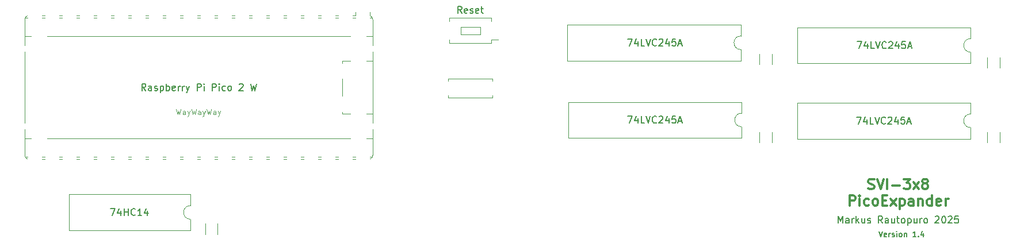
<source format=gbr>
%TF.GenerationSoftware,KiCad,Pcbnew,9.0.1*%
%TF.CreationDate,2025-08-04T14:53:59+03:00*%
%TF.ProjectId,SVI-3x8-PicoExpander,5356492d-3378-4382-9d50-69636f457870,1.1*%
%TF.SameCoordinates,Original*%
%TF.FileFunction,Legend,Top*%
%TF.FilePolarity,Positive*%
%FSLAX46Y46*%
G04 Gerber Fmt 4.6, Leading zero omitted, Abs format (unit mm)*
G04 Created by KiCad (PCBNEW 9.0.1) date 2025-08-04 14:53:59*
%MOMM*%
%LPD*%
G01*
G04 APERTURE LIST*
%ADD10C,0.150000*%
%ADD11C,0.300000*%
%ADD12C,0.080000*%
%ADD13C,0.120000*%
G04 APERTURE END LIST*
D10*
X194666665Y-131869819D02*
X194666665Y-130869819D01*
X194666665Y-130869819D02*
X194999998Y-131584104D01*
X194999998Y-131584104D02*
X195333331Y-130869819D01*
X195333331Y-130869819D02*
X195333331Y-131869819D01*
X196238093Y-131869819D02*
X196238093Y-131346009D01*
X196238093Y-131346009D02*
X196190474Y-131250771D01*
X196190474Y-131250771D02*
X196095236Y-131203152D01*
X196095236Y-131203152D02*
X195904760Y-131203152D01*
X195904760Y-131203152D02*
X195809522Y-131250771D01*
X196238093Y-131822200D02*
X196142855Y-131869819D01*
X196142855Y-131869819D02*
X195904760Y-131869819D01*
X195904760Y-131869819D02*
X195809522Y-131822200D01*
X195809522Y-131822200D02*
X195761903Y-131726961D01*
X195761903Y-131726961D02*
X195761903Y-131631723D01*
X195761903Y-131631723D02*
X195809522Y-131536485D01*
X195809522Y-131536485D02*
X195904760Y-131488866D01*
X195904760Y-131488866D02*
X196142855Y-131488866D01*
X196142855Y-131488866D02*
X196238093Y-131441247D01*
X196714284Y-131869819D02*
X196714284Y-131203152D01*
X196714284Y-131393628D02*
X196761903Y-131298390D01*
X196761903Y-131298390D02*
X196809522Y-131250771D01*
X196809522Y-131250771D02*
X196904760Y-131203152D01*
X196904760Y-131203152D02*
X196999998Y-131203152D01*
X197333332Y-131869819D02*
X197333332Y-130869819D01*
X197428570Y-131488866D02*
X197714284Y-131869819D01*
X197714284Y-131203152D02*
X197333332Y-131584104D01*
X198571427Y-131203152D02*
X198571427Y-131869819D01*
X198142856Y-131203152D02*
X198142856Y-131726961D01*
X198142856Y-131726961D02*
X198190475Y-131822200D01*
X198190475Y-131822200D02*
X198285713Y-131869819D01*
X198285713Y-131869819D02*
X198428570Y-131869819D01*
X198428570Y-131869819D02*
X198523808Y-131822200D01*
X198523808Y-131822200D02*
X198571427Y-131774580D01*
X198999999Y-131822200D02*
X199095237Y-131869819D01*
X199095237Y-131869819D02*
X199285713Y-131869819D01*
X199285713Y-131869819D02*
X199380951Y-131822200D01*
X199380951Y-131822200D02*
X199428570Y-131726961D01*
X199428570Y-131726961D02*
X199428570Y-131679342D01*
X199428570Y-131679342D02*
X199380951Y-131584104D01*
X199380951Y-131584104D02*
X199285713Y-131536485D01*
X199285713Y-131536485D02*
X199142856Y-131536485D01*
X199142856Y-131536485D02*
X199047618Y-131488866D01*
X199047618Y-131488866D02*
X198999999Y-131393628D01*
X198999999Y-131393628D02*
X198999999Y-131346009D01*
X198999999Y-131346009D02*
X199047618Y-131250771D01*
X199047618Y-131250771D02*
X199142856Y-131203152D01*
X199142856Y-131203152D02*
X199285713Y-131203152D01*
X199285713Y-131203152D02*
X199380951Y-131250771D01*
X201190475Y-131869819D02*
X200857142Y-131393628D01*
X200619047Y-131869819D02*
X200619047Y-130869819D01*
X200619047Y-130869819D02*
X200999999Y-130869819D01*
X200999999Y-130869819D02*
X201095237Y-130917438D01*
X201095237Y-130917438D02*
X201142856Y-130965057D01*
X201142856Y-130965057D02*
X201190475Y-131060295D01*
X201190475Y-131060295D02*
X201190475Y-131203152D01*
X201190475Y-131203152D02*
X201142856Y-131298390D01*
X201142856Y-131298390D02*
X201095237Y-131346009D01*
X201095237Y-131346009D02*
X200999999Y-131393628D01*
X200999999Y-131393628D02*
X200619047Y-131393628D01*
X202047618Y-131869819D02*
X202047618Y-131346009D01*
X202047618Y-131346009D02*
X201999999Y-131250771D01*
X201999999Y-131250771D02*
X201904761Y-131203152D01*
X201904761Y-131203152D02*
X201714285Y-131203152D01*
X201714285Y-131203152D02*
X201619047Y-131250771D01*
X202047618Y-131822200D02*
X201952380Y-131869819D01*
X201952380Y-131869819D02*
X201714285Y-131869819D01*
X201714285Y-131869819D02*
X201619047Y-131822200D01*
X201619047Y-131822200D02*
X201571428Y-131726961D01*
X201571428Y-131726961D02*
X201571428Y-131631723D01*
X201571428Y-131631723D02*
X201619047Y-131536485D01*
X201619047Y-131536485D02*
X201714285Y-131488866D01*
X201714285Y-131488866D02*
X201952380Y-131488866D01*
X201952380Y-131488866D02*
X202047618Y-131441247D01*
X202952380Y-131203152D02*
X202952380Y-131869819D01*
X202523809Y-131203152D02*
X202523809Y-131726961D01*
X202523809Y-131726961D02*
X202571428Y-131822200D01*
X202571428Y-131822200D02*
X202666666Y-131869819D01*
X202666666Y-131869819D02*
X202809523Y-131869819D01*
X202809523Y-131869819D02*
X202904761Y-131822200D01*
X202904761Y-131822200D02*
X202952380Y-131774580D01*
X203285714Y-131203152D02*
X203666666Y-131203152D01*
X203428571Y-130869819D02*
X203428571Y-131726961D01*
X203428571Y-131726961D02*
X203476190Y-131822200D01*
X203476190Y-131822200D02*
X203571428Y-131869819D01*
X203571428Y-131869819D02*
X203666666Y-131869819D01*
X204142857Y-131869819D02*
X204047619Y-131822200D01*
X204047619Y-131822200D02*
X204000000Y-131774580D01*
X204000000Y-131774580D02*
X203952381Y-131679342D01*
X203952381Y-131679342D02*
X203952381Y-131393628D01*
X203952381Y-131393628D02*
X204000000Y-131298390D01*
X204000000Y-131298390D02*
X204047619Y-131250771D01*
X204047619Y-131250771D02*
X204142857Y-131203152D01*
X204142857Y-131203152D02*
X204285714Y-131203152D01*
X204285714Y-131203152D02*
X204380952Y-131250771D01*
X204380952Y-131250771D02*
X204428571Y-131298390D01*
X204428571Y-131298390D02*
X204476190Y-131393628D01*
X204476190Y-131393628D02*
X204476190Y-131679342D01*
X204476190Y-131679342D02*
X204428571Y-131774580D01*
X204428571Y-131774580D02*
X204380952Y-131822200D01*
X204380952Y-131822200D02*
X204285714Y-131869819D01*
X204285714Y-131869819D02*
X204142857Y-131869819D01*
X204904762Y-131203152D02*
X204904762Y-132203152D01*
X204904762Y-131250771D02*
X205000000Y-131203152D01*
X205000000Y-131203152D02*
X205190476Y-131203152D01*
X205190476Y-131203152D02*
X205285714Y-131250771D01*
X205285714Y-131250771D02*
X205333333Y-131298390D01*
X205333333Y-131298390D02*
X205380952Y-131393628D01*
X205380952Y-131393628D02*
X205380952Y-131679342D01*
X205380952Y-131679342D02*
X205333333Y-131774580D01*
X205333333Y-131774580D02*
X205285714Y-131822200D01*
X205285714Y-131822200D02*
X205190476Y-131869819D01*
X205190476Y-131869819D02*
X205000000Y-131869819D01*
X205000000Y-131869819D02*
X204904762Y-131822200D01*
X206238095Y-131203152D02*
X206238095Y-131869819D01*
X205809524Y-131203152D02*
X205809524Y-131726961D01*
X205809524Y-131726961D02*
X205857143Y-131822200D01*
X205857143Y-131822200D02*
X205952381Y-131869819D01*
X205952381Y-131869819D02*
X206095238Y-131869819D01*
X206095238Y-131869819D02*
X206190476Y-131822200D01*
X206190476Y-131822200D02*
X206238095Y-131774580D01*
X206714286Y-131869819D02*
X206714286Y-131203152D01*
X206714286Y-131393628D02*
X206761905Y-131298390D01*
X206761905Y-131298390D02*
X206809524Y-131250771D01*
X206809524Y-131250771D02*
X206904762Y-131203152D01*
X206904762Y-131203152D02*
X207000000Y-131203152D01*
X207476191Y-131869819D02*
X207380953Y-131822200D01*
X207380953Y-131822200D02*
X207333334Y-131774580D01*
X207333334Y-131774580D02*
X207285715Y-131679342D01*
X207285715Y-131679342D02*
X207285715Y-131393628D01*
X207285715Y-131393628D02*
X207333334Y-131298390D01*
X207333334Y-131298390D02*
X207380953Y-131250771D01*
X207380953Y-131250771D02*
X207476191Y-131203152D01*
X207476191Y-131203152D02*
X207619048Y-131203152D01*
X207619048Y-131203152D02*
X207714286Y-131250771D01*
X207714286Y-131250771D02*
X207761905Y-131298390D01*
X207761905Y-131298390D02*
X207809524Y-131393628D01*
X207809524Y-131393628D02*
X207809524Y-131679342D01*
X207809524Y-131679342D02*
X207761905Y-131774580D01*
X207761905Y-131774580D02*
X207714286Y-131822200D01*
X207714286Y-131822200D02*
X207619048Y-131869819D01*
X207619048Y-131869819D02*
X207476191Y-131869819D01*
X208952382Y-130965057D02*
X209000001Y-130917438D01*
X209000001Y-130917438D02*
X209095239Y-130869819D01*
X209095239Y-130869819D02*
X209333334Y-130869819D01*
X209333334Y-130869819D02*
X209428572Y-130917438D01*
X209428572Y-130917438D02*
X209476191Y-130965057D01*
X209476191Y-130965057D02*
X209523810Y-131060295D01*
X209523810Y-131060295D02*
X209523810Y-131155533D01*
X209523810Y-131155533D02*
X209476191Y-131298390D01*
X209476191Y-131298390D02*
X208904763Y-131869819D01*
X208904763Y-131869819D02*
X209523810Y-131869819D01*
X210142858Y-130869819D02*
X210238096Y-130869819D01*
X210238096Y-130869819D02*
X210333334Y-130917438D01*
X210333334Y-130917438D02*
X210380953Y-130965057D01*
X210380953Y-130965057D02*
X210428572Y-131060295D01*
X210428572Y-131060295D02*
X210476191Y-131250771D01*
X210476191Y-131250771D02*
X210476191Y-131488866D01*
X210476191Y-131488866D02*
X210428572Y-131679342D01*
X210428572Y-131679342D02*
X210380953Y-131774580D01*
X210380953Y-131774580D02*
X210333334Y-131822200D01*
X210333334Y-131822200D02*
X210238096Y-131869819D01*
X210238096Y-131869819D02*
X210142858Y-131869819D01*
X210142858Y-131869819D02*
X210047620Y-131822200D01*
X210047620Y-131822200D02*
X210000001Y-131774580D01*
X210000001Y-131774580D02*
X209952382Y-131679342D01*
X209952382Y-131679342D02*
X209904763Y-131488866D01*
X209904763Y-131488866D02*
X209904763Y-131250771D01*
X209904763Y-131250771D02*
X209952382Y-131060295D01*
X209952382Y-131060295D02*
X210000001Y-130965057D01*
X210000001Y-130965057D02*
X210047620Y-130917438D01*
X210047620Y-130917438D02*
X210142858Y-130869819D01*
X210857144Y-130965057D02*
X210904763Y-130917438D01*
X210904763Y-130917438D02*
X211000001Y-130869819D01*
X211000001Y-130869819D02*
X211238096Y-130869819D01*
X211238096Y-130869819D02*
X211333334Y-130917438D01*
X211333334Y-130917438D02*
X211380953Y-130965057D01*
X211380953Y-130965057D02*
X211428572Y-131060295D01*
X211428572Y-131060295D02*
X211428572Y-131155533D01*
X211428572Y-131155533D02*
X211380953Y-131298390D01*
X211380953Y-131298390D02*
X210809525Y-131869819D01*
X210809525Y-131869819D02*
X211428572Y-131869819D01*
X212333334Y-130869819D02*
X211857144Y-130869819D01*
X211857144Y-130869819D02*
X211809525Y-131346009D01*
X211809525Y-131346009D02*
X211857144Y-131298390D01*
X211857144Y-131298390D02*
X211952382Y-131250771D01*
X211952382Y-131250771D02*
X212190477Y-131250771D01*
X212190477Y-131250771D02*
X212285715Y-131298390D01*
X212285715Y-131298390D02*
X212333334Y-131346009D01*
X212333334Y-131346009D02*
X212380953Y-131441247D01*
X212380953Y-131441247D02*
X212380953Y-131679342D01*
X212380953Y-131679342D02*
X212333334Y-131774580D01*
X212333334Y-131774580D02*
X212285715Y-131822200D01*
X212285715Y-131822200D02*
X212190477Y-131869819D01*
X212190477Y-131869819D02*
X211952382Y-131869819D01*
X211952382Y-131869819D02*
X211857144Y-131822200D01*
X211857144Y-131822200D02*
X211809525Y-131774580D01*
D11*
X199107143Y-126814484D02*
X199321429Y-126885912D01*
X199321429Y-126885912D02*
X199678571Y-126885912D01*
X199678571Y-126885912D02*
X199821429Y-126814484D01*
X199821429Y-126814484D02*
X199892857Y-126743055D01*
X199892857Y-126743055D02*
X199964286Y-126600198D01*
X199964286Y-126600198D02*
X199964286Y-126457341D01*
X199964286Y-126457341D02*
X199892857Y-126314484D01*
X199892857Y-126314484D02*
X199821429Y-126243055D01*
X199821429Y-126243055D02*
X199678571Y-126171626D01*
X199678571Y-126171626D02*
X199392857Y-126100198D01*
X199392857Y-126100198D02*
X199250000Y-126028769D01*
X199250000Y-126028769D02*
X199178571Y-125957341D01*
X199178571Y-125957341D02*
X199107143Y-125814484D01*
X199107143Y-125814484D02*
X199107143Y-125671626D01*
X199107143Y-125671626D02*
X199178571Y-125528769D01*
X199178571Y-125528769D02*
X199250000Y-125457341D01*
X199250000Y-125457341D02*
X199392857Y-125385912D01*
X199392857Y-125385912D02*
X199750000Y-125385912D01*
X199750000Y-125385912D02*
X199964286Y-125457341D01*
X200392857Y-125385912D02*
X200892857Y-126885912D01*
X200892857Y-126885912D02*
X201392857Y-125385912D01*
X201892856Y-126885912D02*
X201892856Y-125385912D01*
X202607142Y-126314484D02*
X203750000Y-126314484D01*
X204321428Y-125385912D02*
X205250000Y-125385912D01*
X205250000Y-125385912D02*
X204750000Y-125957341D01*
X204750000Y-125957341D02*
X204964285Y-125957341D01*
X204964285Y-125957341D02*
X205107143Y-126028769D01*
X205107143Y-126028769D02*
X205178571Y-126100198D01*
X205178571Y-126100198D02*
X205250000Y-126243055D01*
X205250000Y-126243055D02*
X205250000Y-126600198D01*
X205250000Y-126600198D02*
X205178571Y-126743055D01*
X205178571Y-126743055D02*
X205107143Y-126814484D01*
X205107143Y-126814484D02*
X204964285Y-126885912D01*
X204964285Y-126885912D02*
X204535714Y-126885912D01*
X204535714Y-126885912D02*
X204392857Y-126814484D01*
X204392857Y-126814484D02*
X204321428Y-126743055D01*
X205749999Y-126885912D02*
X206535714Y-125885912D01*
X205749999Y-125885912D02*
X206535714Y-126885912D01*
X207321428Y-126028769D02*
X207178571Y-125957341D01*
X207178571Y-125957341D02*
X207107142Y-125885912D01*
X207107142Y-125885912D02*
X207035714Y-125743055D01*
X207035714Y-125743055D02*
X207035714Y-125671626D01*
X207035714Y-125671626D02*
X207107142Y-125528769D01*
X207107142Y-125528769D02*
X207178571Y-125457341D01*
X207178571Y-125457341D02*
X207321428Y-125385912D01*
X207321428Y-125385912D02*
X207607142Y-125385912D01*
X207607142Y-125385912D02*
X207750000Y-125457341D01*
X207750000Y-125457341D02*
X207821428Y-125528769D01*
X207821428Y-125528769D02*
X207892857Y-125671626D01*
X207892857Y-125671626D02*
X207892857Y-125743055D01*
X207892857Y-125743055D02*
X207821428Y-125885912D01*
X207821428Y-125885912D02*
X207750000Y-125957341D01*
X207750000Y-125957341D02*
X207607142Y-126028769D01*
X207607142Y-126028769D02*
X207321428Y-126028769D01*
X207321428Y-126028769D02*
X207178571Y-126100198D01*
X207178571Y-126100198D02*
X207107142Y-126171626D01*
X207107142Y-126171626D02*
X207035714Y-126314484D01*
X207035714Y-126314484D02*
X207035714Y-126600198D01*
X207035714Y-126600198D02*
X207107142Y-126743055D01*
X207107142Y-126743055D02*
X207178571Y-126814484D01*
X207178571Y-126814484D02*
X207321428Y-126885912D01*
X207321428Y-126885912D02*
X207607142Y-126885912D01*
X207607142Y-126885912D02*
X207750000Y-126814484D01*
X207750000Y-126814484D02*
X207821428Y-126743055D01*
X207821428Y-126743055D02*
X207892857Y-126600198D01*
X207892857Y-126600198D02*
X207892857Y-126314484D01*
X207892857Y-126314484D02*
X207821428Y-126171626D01*
X207821428Y-126171626D02*
X207750000Y-126100198D01*
X207750000Y-126100198D02*
X207607142Y-126028769D01*
X196321428Y-129300828D02*
X196321428Y-127800828D01*
X196321428Y-127800828D02*
X196892857Y-127800828D01*
X196892857Y-127800828D02*
X197035714Y-127872257D01*
X197035714Y-127872257D02*
X197107143Y-127943685D01*
X197107143Y-127943685D02*
X197178571Y-128086542D01*
X197178571Y-128086542D02*
X197178571Y-128300828D01*
X197178571Y-128300828D02*
X197107143Y-128443685D01*
X197107143Y-128443685D02*
X197035714Y-128515114D01*
X197035714Y-128515114D02*
X196892857Y-128586542D01*
X196892857Y-128586542D02*
X196321428Y-128586542D01*
X197821428Y-129300828D02*
X197821428Y-128300828D01*
X197821428Y-127800828D02*
X197750000Y-127872257D01*
X197750000Y-127872257D02*
X197821428Y-127943685D01*
X197821428Y-127943685D02*
X197892857Y-127872257D01*
X197892857Y-127872257D02*
X197821428Y-127800828D01*
X197821428Y-127800828D02*
X197821428Y-127943685D01*
X199178572Y-129229400D02*
X199035714Y-129300828D01*
X199035714Y-129300828D02*
X198750000Y-129300828D01*
X198750000Y-129300828D02*
X198607143Y-129229400D01*
X198607143Y-129229400D02*
X198535714Y-129157971D01*
X198535714Y-129157971D02*
X198464286Y-129015114D01*
X198464286Y-129015114D02*
X198464286Y-128586542D01*
X198464286Y-128586542D02*
X198535714Y-128443685D01*
X198535714Y-128443685D02*
X198607143Y-128372257D01*
X198607143Y-128372257D02*
X198750000Y-128300828D01*
X198750000Y-128300828D02*
X199035714Y-128300828D01*
X199035714Y-128300828D02*
X199178572Y-128372257D01*
X200035714Y-129300828D02*
X199892857Y-129229400D01*
X199892857Y-129229400D02*
X199821428Y-129157971D01*
X199821428Y-129157971D02*
X199750000Y-129015114D01*
X199750000Y-129015114D02*
X199750000Y-128586542D01*
X199750000Y-128586542D02*
X199821428Y-128443685D01*
X199821428Y-128443685D02*
X199892857Y-128372257D01*
X199892857Y-128372257D02*
X200035714Y-128300828D01*
X200035714Y-128300828D02*
X200250000Y-128300828D01*
X200250000Y-128300828D02*
X200392857Y-128372257D01*
X200392857Y-128372257D02*
X200464286Y-128443685D01*
X200464286Y-128443685D02*
X200535714Y-128586542D01*
X200535714Y-128586542D02*
X200535714Y-129015114D01*
X200535714Y-129015114D02*
X200464286Y-129157971D01*
X200464286Y-129157971D02*
X200392857Y-129229400D01*
X200392857Y-129229400D02*
X200250000Y-129300828D01*
X200250000Y-129300828D02*
X200035714Y-129300828D01*
X201178571Y-128515114D02*
X201678571Y-128515114D01*
X201892857Y-129300828D02*
X201178571Y-129300828D01*
X201178571Y-129300828D02*
X201178571Y-127800828D01*
X201178571Y-127800828D02*
X201892857Y-127800828D01*
X202392857Y-129300828D02*
X203178572Y-128300828D01*
X202392857Y-128300828D02*
X203178572Y-129300828D01*
X203750000Y-128300828D02*
X203750000Y-129800828D01*
X203750000Y-128372257D02*
X203892858Y-128300828D01*
X203892858Y-128300828D02*
X204178572Y-128300828D01*
X204178572Y-128300828D02*
X204321429Y-128372257D01*
X204321429Y-128372257D02*
X204392858Y-128443685D01*
X204392858Y-128443685D02*
X204464286Y-128586542D01*
X204464286Y-128586542D02*
X204464286Y-129015114D01*
X204464286Y-129015114D02*
X204392858Y-129157971D01*
X204392858Y-129157971D02*
X204321429Y-129229400D01*
X204321429Y-129229400D02*
X204178572Y-129300828D01*
X204178572Y-129300828D02*
X203892858Y-129300828D01*
X203892858Y-129300828D02*
X203750000Y-129229400D01*
X205750001Y-129300828D02*
X205750001Y-128515114D01*
X205750001Y-128515114D02*
X205678572Y-128372257D01*
X205678572Y-128372257D02*
X205535715Y-128300828D01*
X205535715Y-128300828D02*
X205250001Y-128300828D01*
X205250001Y-128300828D02*
X205107143Y-128372257D01*
X205750001Y-129229400D02*
X205607143Y-129300828D01*
X205607143Y-129300828D02*
X205250001Y-129300828D01*
X205250001Y-129300828D02*
X205107143Y-129229400D01*
X205107143Y-129229400D02*
X205035715Y-129086542D01*
X205035715Y-129086542D02*
X205035715Y-128943685D01*
X205035715Y-128943685D02*
X205107143Y-128800828D01*
X205107143Y-128800828D02*
X205250001Y-128729400D01*
X205250001Y-128729400D02*
X205607143Y-128729400D01*
X205607143Y-128729400D02*
X205750001Y-128657971D01*
X206464286Y-128300828D02*
X206464286Y-129300828D01*
X206464286Y-128443685D02*
X206535715Y-128372257D01*
X206535715Y-128372257D02*
X206678572Y-128300828D01*
X206678572Y-128300828D02*
X206892858Y-128300828D01*
X206892858Y-128300828D02*
X207035715Y-128372257D01*
X207035715Y-128372257D02*
X207107144Y-128515114D01*
X207107144Y-128515114D02*
X207107144Y-129300828D01*
X208464287Y-129300828D02*
X208464287Y-127800828D01*
X208464287Y-129229400D02*
X208321429Y-129300828D01*
X208321429Y-129300828D02*
X208035715Y-129300828D01*
X208035715Y-129300828D02*
X207892858Y-129229400D01*
X207892858Y-129229400D02*
X207821429Y-129157971D01*
X207821429Y-129157971D02*
X207750001Y-129015114D01*
X207750001Y-129015114D02*
X207750001Y-128586542D01*
X207750001Y-128586542D02*
X207821429Y-128443685D01*
X207821429Y-128443685D02*
X207892858Y-128372257D01*
X207892858Y-128372257D02*
X208035715Y-128300828D01*
X208035715Y-128300828D02*
X208321429Y-128300828D01*
X208321429Y-128300828D02*
X208464287Y-128372257D01*
X209750001Y-129229400D02*
X209607144Y-129300828D01*
X209607144Y-129300828D02*
X209321430Y-129300828D01*
X209321430Y-129300828D02*
X209178572Y-129229400D01*
X209178572Y-129229400D02*
X209107144Y-129086542D01*
X209107144Y-129086542D02*
X209107144Y-128515114D01*
X209107144Y-128515114D02*
X209178572Y-128372257D01*
X209178572Y-128372257D02*
X209321430Y-128300828D01*
X209321430Y-128300828D02*
X209607144Y-128300828D01*
X209607144Y-128300828D02*
X209750001Y-128372257D01*
X209750001Y-128372257D02*
X209821430Y-128515114D01*
X209821430Y-128515114D02*
X209821430Y-128657971D01*
X209821430Y-128657971D02*
X209107144Y-128800828D01*
X210464286Y-129300828D02*
X210464286Y-128300828D01*
X210464286Y-128586542D02*
X210535715Y-128443685D01*
X210535715Y-128443685D02*
X210607144Y-128372257D01*
X210607144Y-128372257D02*
X210750001Y-128300828D01*
X210750001Y-128300828D02*
X210892858Y-128300828D01*
D10*
X200647619Y-133094295D02*
X200914286Y-133894295D01*
X200914286Y-133894295D02*
X201180952Y-133094295D01*
X201752381Y-133856200D02*
X201676190Y-133894295D01*
X201676190Y-133894295D02*
X201523809Y-133894295D01*
X201523809Y-133894295D02*
X201447619Y-133856200D01*
X201447619Y-133856200D02*
X201409523Y-133780009D01*
X201409523Y-133780009D02*
X201409523Y-133475247D01*
X201409523Y-133475247D02*
X201447619Y-133399057D01*
X201447619Y-133399057D02*
X201523809Y-133360961D01*
X201523809Y-133360961D02*
X201676190Y-133360961D01*
X201676190Y-133360961D02*
X201752381Y-133399057D01*
X201752381Y-133399057D02*
X201790476Y-133475247D01*
X201790476Y-133475247D02*
X201790476Y-133551438D01*
X201790476Y-133551438D02*
X201409523Y-133627628D01*
X202133333Y-133894295D02*
X202133333Y-133360961D01*
X202133333Y-133513342D02*
X202171428Y-133437152D01*
X202171428Y-133437152D02*
X202209523Y-133399057D01*
X202209523Y-133399057D02*
X202285714Y-133360961D01*
X202285714Y-133360961D02*
X202361904Y-133360961D01*
X202590475Y-133856200D02*
X202666666Y-133894295D01*
X202666666Y-133894295D02*
X202819047Y-133894295D01*
X202819047Y-133894295D02*
X202895237Y-133856200D01*
X202895237Y-133856200D02*
X202933333Y-133780009D01*
X202933333Y-133780009D02*
X202933333Y-133741914D01*
X202933333Y-133741914D02*
X202895237Y-133665723D01*
X202895237Y-133665723D02*
X202819047Y-133627628D01*
X202819047Y-133627628D02*
X202704761Y-133627628D01*
X202704761Y-133627628D02*
X202628571Y-133589533D01*
X202628571Y-133589533D02*
X202590475Y-133513342D01*
X202590475Y-133513342D02*
X202590475Y-133475247D01*
X202590475Y-133475247D02*
X202628571Y-133399057D01*
X202628571Y-133399057D02*
X202704761Y-133360961D01*
X202704761Y-133360961D02*
X202819047Y-133360961D01*
X202819047Y-133360961D02*
X202895237Y-133399057D01*
X203276190Y-133894295D02*
X203276190Y-133360961D01*
X203276190Y-133094295D02*
X203238094Y-133132390D01*
X203238094Y-133132390D02*
X203276190Y-133170485D01*
X203276190Y-133170485D02*
X203314285Y-133132390D01*
X203314285Y-133132390D02*
X203276190Y-133094295D01*
X203276190Y-133094295D02*
X203276190Y-133170485D01*
X203771427Y-133894295D02*
X203695237Y-133856200D01*
X203695237Y-133856200D02*
X203657142Y-133818104D01*
X203657142Y-133818104D02*
X203619046Y-133741914D01*
X203619046Y-133741914D02*
X203619046Y-133513342D01*
X203619046Y-133513342D02*
X203657142Y-133437152D01*
X203657142Y-133437152D02*
X203695237Y-133399057D01*
X203695237Y-133399057D02*
X203771427Y-133360961D01*
X203771427Y-133360961D02*
X203885713Y-133360961D01*
X203885713Y-133360961D02*
X203961904Y-133399057D01*
X203961904Y-133399057D02*
X203999999Y-133437152D01*
X203999999Y-133437152D02*
X204038094Y-133513342D01*
X204038094Y-133513342D02*
X204038094Y-133741914D01*
X204038094Y-133741914D02*
X203999999Y-133818104D01*
X203999999Y-133818104D02*
X203961904Y-133856200D01*
X203961904Y-133856200D02*
X203885713Y-133894295D01*
X203885713Y-133894295D02*
X203771427Y-133894295D01*
X204380952Y-133360961D02*
X204380952Y-133894295D01*
X204380952Y-133437152D02*
X204419047Y-133399057D01*
X204419047Y-133399057D02*
X204495237Y-133360961D01*
X204495237Y-133360961D02*
X204609523Y-133360961D01*
X204609523Y-133360961D02*
X204685714Y-133399057D01*
X204685714Y-133399057D02*
X204723809Y-133475247D01*
X204723809Y-133475247D02*
X204723809Y-133894295D01*
X206133333Y-133894295D02*
X205676190Y-133894295D01*
X205904762Y-133894295D02*
X205904762Y-133094295D01*
X205904762Y-133094295D02*
X205828571Y-133208580D01*
X205828571Y-133208580D02*
X205752381Y-133284771D01*
X205752381Y-133284771D02*
X205676190Y-133322866D01*
X206476191Y-133818104D02*
X206514286Y-133856200D01*
X206514286Y-133856200D02*
X206476191Y-133894295D01*
X206476191Y-133894295D02*
X206438095Y-133856200D01*
X206438095Y-133856200D02*
X206476191Y-133818104D01*
X206476191Y-133818104D02*
X206476191Y-133894295D01*
X207200000Y-133360961D02*
X207200000Y-133894295D01*
X207009524Y-133056200D02*
X206819047Y-133627628D01*
X206819047Y-133627628D02*
X207314286Y-133627628D01*
D12*
X97242855Y-115097935D02*
X97433331Y-115897935D01*
X97433331Y-115897935D02*
X97585712Y-115326506D01*
X97585712Y-115326506D02*
X97738093Y-115897935D01*
X97738093Y-115897935D02*
X97928570Y-115097935D01*
X98576189Y-115897935D02*
X98576189Y-115478887D01*
X98576189Y-115478887D02*
X98538094Y-115402697D01*
X98538094Y-115402697D02*
X98461903Y-115364601D01*
X98461903Y-115364601D02*
X98309522Y-115364601D01*
X98309522Y-115364601D02*
X98233332Y-115402697D01*
X98576189Y-115859840D02*
X98499998Y-115897935D01*
X98499998Y-115897935D02*
X98309522Y-115897935D01*
X98309522Y-115897935D02*
X98233332Y-115859840D01*
X98233332Y-115859840D02*
X98195236Y-115783649D01*
X98195236Y-115783649D02*
X98195236Y-115707459D01*
X98195236Y-115707459D02*
X98233332Y-115631268D01*
X98233332Y-115631268D02*
X98309522Y-115593173D01*
X98309522Y-115593173D02*
X98499998Y-115593173D01*
X98499998Y-115593173D02*
X98576189Y-115555078D01*
X98880951Y-115364601D02*
X99071427Y-115897935D01*
X99261904Y-115364601D02*
X99071427Y-115897935D01*
X99071427Y-115897935D02*
X98995237Y-116088411D01*
X98995237Y-116088411D02*
X98957142Y-116126506D01*
X98957142Y-116126506D02*
X98880951Y-116164601D01*
X99490475Y-115097935D02*
X99680951Y-115897935D01*
X99680951Y-115897935D02*
X99833332Y-115326506D01*
X99833332Y-115326506D02*
X99985713Y-115897935D01*
X99985713Y-115897935D02*
X100176190Y-115097935D01*
X100823809Y-115897935D02*
X100823809Y-115478887D01*
X100823809Y-115478887D02*
X100785714Y-115402697D01*
X100785714Y-115402697D02*
X100709523Y-115364601D01*
X100709523Y-115364601D02*
X100557142Y-115364601D01*
X100557142Y-115364601D02*
X100480952Y-115402697D01*
X100823809Y-115859840D02*
X100747618Y-115897935D01*
X100747618Y-115897935D02*
X100557142Y-115897935D01*
X100557142Y-115897935D02*
X100480952Y-115859840D01*
X100480952Y-115859840D02*
X100442856Y-115783649D01*
X100442856Y-115783649D02*
X100442856Y-115707459D01*
X100442856Y-115707459D02*
X100480952Y-115631268D01*
X100480952Y-115631268D02*
X100557142Y-115593173D01*
X100557142Y-115593173D02*
X100747618Y-115593173D01*
X100747618Y-115593173D02*
X100823809Y-115555078D01*
X101128571Y-115364601D02*
X101319047Y-115897935D01*
X101509524Y-115364601D02*
X101319047Y-115897935D01*
X101319047Y-115897935D02*
X101242857Y-116088411D01*
X101242857Y-116088411D02*
X101204762Y-116126506D01*
X101204762Y-116126506D02*
X101128571Y-116164601D01*
X101738095Y-115097935D02*
X101928571Y-115897935D01*
X101928571Y-115897935D02*
X102080952Y-115326506D01*
X102080952Y-115326506D02*
X102233333Y-115897935D01*
X102233333Y-115897935D02*
X102423810Y-115097935D01*
X103071429Y-115897935D02*
X103071429Y-115478887D01*
X103071429Y-115478887D02*
X103033334Y-115402697D01*
X103033334Y-115402697D02*
X102957143Y-115364601D01*
X102957143Y-115364601D02*
X102804762Y-115364601D01*
X102804762Y-115364601D02*
X102728572Y-115402697D01*
X103071429Y-115859840D02*
X102995238Y-115897935D01*
X102995238Y-115897935D02*
X102804762Y-115897935D01*
X102804762Y-115897935D02*
X102728572Y-115859840D01*
X102728572Y-115859840D02*
X102690476Y-115783649D01*
X102690476Y-115783649D02*
X102690476Y-115707459D01*
X102690476Y-115707459D02*
X102728572Y-115631268D01*
X102728572Y-115631268D02*
X102804762Y-115593173D01*
X102804762Y-115593173D02*
X102995238Y-115593173D01*
X102995238Y-115593173D02*
X103071429Y-115555078D01*
X103376191Y-115364601D02*
X103566667Y-115897935D01*
X103757144Y-115364601D02*
X103566667Y-115897935D01*
X103566667Y-115897935D02*
X103490477Y-116088411D01*
X103490477Y-116088411D02*
X103452382Y-116126506D01*
X103452382Y-116126506D02*
X103376191Y-116164601D01*
D10*
X139261904Y-100954819D02*
X138928571Y-100478628D01*
X138690476Y-100954819D02*
X138690476Y-99954819D01*
X138690476Y-99954819D02*
X139071428Y-99954819D01*
X139071428Y-99954819D02*
X139166666Y-100002438D01*
X139166666Y-100002438D02*
X139214285Y-100050057D01*
X139214285Y-100050057D02*
X139261904Y-100145295D01*
X139261904Y-100145295D02*
X139261904Y-100288152D01*
X139261904Y-100288152D02*
X139214285Y-100383390D01*
X139214285Y-100383390D02*
X139166666Y-100431009D01*
X139166666Y-100431009D02*
X139071428Y-100478628D01*
X139071428Y-100478628D02*
X138690476Y-100478628D01*
X140071428Y-100907200D02*
X139976190Y-100954819D01*
X139976190Y-100954819D02*
X139785714Y-100954819D01*
X139785714Y-100954819D02*
X139690476Y-100907200D01*
X139690476Y-100907200D02*
X139642857Y-100811961D01*
X139642857Y-100811961D02*
X139642857Y-100431009D01*
X139642857Y-100431009D02*
X139690476Y-100335771D01*
X139690476Y-100335771D02*
X139785714Y-100288152D01*
X139785714Y-100288152D02*
X139976190Y-100288152D01*
X139976190Y-100288152D02*
X140071428Y-100335771D01*
X140071428Y-100335771D02*
X140119047Y-100431009D01*
X140119047Y-100431009D02*
X140119047Y-100526247D01*
X140119047Y-100526247D02*
X139642857Y-100621485D01*
X140500000Y-100907200D02*
X140595238Y-100954819D01*
X140595238Y-100954819D02*
X140785714Y-100954819D01*
X140785714Y-100954819D02*
X140880952Y-100907200D01*
X140880952Y-100907200D02*
X140928571Y-100811961D01*
X140928571Y-100811961D02*
X140928571Y-100764342D01*
X140928571Y-100764342D02*
X140880952Y-100669104D01*
X140880952Y-100669104D02*
X140785714Y-100621485D01*
X140785714Y-100621485D02*
X140642857Y-100621485D01*
X140642857Y-100621485D02*
X140547619Y-100573866D01*
X140547619Y-100573866D02*
X140500000Y-100478628D01*
X140500000Y-100478628D02*
X140500000Y-100431009D01*
X140500000Y-100431009D02*
X140547619Y-100335771D01*
X140547619Y-100335771D02*
X140642857Y-100288152D01*
X140642857Y-100288152D02*
X140785714Y-100288152D01*
X140785714Y-100288152D02*
X140880952Y-100335771D01*
X141738095Y-100907200D02*
X141642857Y-100954819D01*
X141642857Y-100954819D02*
X141452381Y-100954819D01*
X141452381Y-100954819D02*
X141357143Y-100907200D01*
X141357143Y-100907200D02*
X141309524Y-100811961D01*
X141309524Y-100811961D02*
X141309524Y-100431009D01*
X141309524Y-100431009D02*
X141357143Y-100335771D01*
X141357143Y-100335771D02*
X141452381Y-100288152D01*
X141452381Y-100288152D02*
X141642857Y-100288152D01*
X141642857Y-100288152D02*
X141738095Y-100335771D01*
X141738095Y-100335771D02*
X141785714Y-100431009D01*
X141785714Y-100431009D02*
X141785714Y-100526247D01*
X141785714Y-100526247D02*
X141309524Y-100621485D01*
X142071429Y-100288152D02*
X142452381Y-100288152D01*
X142214286Y-99954819D02*
X142214286Y-100811961D01*
X142214286Y-100811961D02*
X142261905Y-100907200D01*
X142261905Y-100907200D02*
X142357143Y-100954819D01*
X142357143Y-100954819D02*
X142452381Y-100954819D01*
X163690000Y-116139819D02*
X164356666Y-116139819D01*
X164356666Y-116139819D02*
X163928095Y-117139819D01*
X165166190Y-116473152D02*
X165166190Y-117139819D01*
X164928095Y-116092200D02*
X164690000Y-116806485D01*
X164690000Y-116806485D02*
X165309047Y-116806485D01*
X166166190Y-117139819D02*
X165690000Y-117139819D01*
X165690000Y-117139819D02*
X165690000Y-116139819D01*
X166356667Y-116139819D02*
X166690000Y-117139819D01*
X166690000Y-117139819D02*
X167023333Y-116139819D01*
X167928095Y-117044580D02*
X167880476Y-117092200D01*
X167880476Y-117092200D02*
X167737619Y-117139819D01*
X167737619Y-117139819D02*
X167642381Y-117139819D01*
X167642381Y-117139819D02*
X167499524Y-117092200D01*
X167499524Y-117092200D02*
X167404286Y-116996961D01*
X167404286Y-116996961D02*
X167356667Y-116901723D01*
X167356667Y-116901723D02*
X167309048Y-116711247D01*
X167309048Y-116711247D02*
X167309048Y-116568390D01*
X167309048Y-116568390D02*
X167356667Y-116377914D01*
X167356667Y-116377914D02*
X167404286Y-116282676D01*
X167404286Y-116282676D02*
X167499524Y-116187438D01*
X167499524Y-116187438D02*
X167642381Y-116139819D01*
X167642381Y-116139819D02*
X167737619Y-116139819D01*
X167737619Y-116139819D02*
X167880476Y-116187438D01*
X167880476Y-116187438D02*
X167928095Y-116235057D01*
X168309048Y-116235057D02*
X168356667Y-116187438D01*
X168356667Y-116187438D02*
X168451905Y-116139819D01*
X168451905Y-116139819D02*
X168690000Y-116139819D01*
X168690000Y-116139819D02*
X168785238Y-116187438D01*
X168785238Y-116187438D02*
X168832857Y-116235057D01*
X168832857Y-116235057D02*
X168880476Y-116330295D01*
X168880476Y-116330295D02*
X168880476Y-116425533D01*
X168880476Y-116425533D02*
X168832857Y-116568390D01*
X168832857Y-116568390D02*
X168261429Y-117139819D01*
X168261429Y-117139819D02*
X168880476Y-117139819D01*
X169737619Y-116473152D02*
X169737619Y-117139819D01*
X169499524Y-116092200D02*
X169261429Y-116806485D01*
X169261429Y-116806485D02*
X169880476Y-116806485D01*
X170737619Y-116139819D02*
X170261429Y-116139819D01*
X170261429Y-116139819D02*
X170213810Y-116616009D01*
X170213810Y-116616009D02*
X170261429Y-116568390D01*
X170261429Y-116568390D02*
X170356667Y-116520771D01*
X170356667Y-116520771D02*
X170594762Y-116520771D01*
X170594762Y-116520771D02*
X170690000Y-116568390D01*
X170690000Y-116568390D02*
X170737619Y-116616009D01*
X170737619Y-116616009D02*
X170785238Y-116711247D01*
X170785238Y-116711247D02*
X170785238Y-116949342D01*
X170785238Y-116949342D02*
X170737619Y-117044580D01*
X170737619Y-117044580D02*
X170690000Y-117092200D01*
X170690000Y-117092200D02*
X170594762Y-117139819D01*
X170594762Y-117139819D02*
X170356667Y-117139819D01*
X170356667Y-117139819D02*
X170261429Y-117092200D01*
X170261429Y-117092200D02*
X170213810Y-117044580D01*
X171166191Y-116854104D02*
X171642381Y-116854104D01*
X171070953Y-117139819D02*
X171404286Y-116139819D01*
X171404286Y-116139819D02*
X171737619Y-117139819D01*
X163695000Y-104759819D02*
X164361666Y-104759819D01*
X164361666Y-104759819D02*
X163933095Y-105759819D01*
X165171190Y-105093152D02*
X165171190Y-105759819D01*
X164933095Y-104712200D02*
X164695000Y-105426485D01*
X164695000Y-105426485D02*
X165314047Y-105426485D01*
X166171190Y-105759819D02*
X165695000Y-105759819D01*
X165695000Y-105759819D02*
X165695000Y-104759819D01*
X166361667Y-104759819D02*
X166695000Y-105759819D01*
X166695000Y-105759819D02*
X167028333Y-104759819D01*
X167933095Y-105664580D02*
X167885476Y-105712200D01*
X167885476Y-105712200D02*
X167742619Y-105759819D01*
X167742619Y-105759819D02*
X167647381Y-105759819D01*
X167647381Y-105759819D02*
X167504524Y-105712200D01*
X167504524Y-105712200D02*
X167409286Y-105616961D01*
X167409286Y-105616961D02*
X167361667Y-105521723D01*
X167361667Y-105521723D02*
X167314048Y-105331247D01*
X167314048Y-105331247D02*
X167314048Y-105188390D01*
X167314048Y-105188390D02*
X167361667Y-104997914D01*
X167361667Y-104997914D02*
X167409286Y-104902676D01*
X167409286Y-104902676D02*
X167504524Y-104807438D01*
X167504524Y-104807438D02*
X167647381Y-104759819D01*
X167647381Y-104759819D02*
X167742619Y-104759819D01*
X167742619Y-104759819D02*
X167885476Y-104807438D01*
X167885476Y-104807438D02*
X167933095Y-104855057D01*
X168314048Y-104855057D02*
X168361667Y-104807438D01*
X168361667Y-104807438D02*
X168456905Y-104759819D01*
X168456905Y-104759819D02*
X168695000Y-104759819D01*
X168695000Y-104759819D02*
X168790238Y-104807438D01*
X168790238Y-104807438D02*
X168837857Y-104855057D01*
X168837857Y-104855057D02*
X168885476Y-104950295D01*
X168885476Y-104950295D02*
X168885476Y-105045533D01*
X168885476Y-105045533D02*
X168837857Y-105188390D01*
X168837857Y-105188390D02*
X168266429Y-105759819D01*
X168266429Y-105759819D02*
X168885476Y-105759819D01*
X169742619Y-105093152D02*
X169742619Y-105759819D01*
X169504524Y-104712200D02*
X169266429Y-105426485D01*
X169266429Y-105426485D02*
X169885476Y-105426485D01*
X170742619Y-104759819D02*
X170266429Y-104759819D01*
X170266429Y-104759819D02*
X170218810Y-105236009D01*
X170218810Y-105236009D02*
X170266429Y-105188390D01*
X170266429Y-105188390D02*
X170361667Y-105140771D01*
X170361667Y-105140771D02*
X170599762Y-105140771D01*
X170599762Y-105140771D02*
X170695000Y-105188390D01*
X170695000Y-105188390D02*
X170742619Y-105236009D01*
X170742619Y-105236009D02*
X170790238Y-105331247D01*
X170790238Y-105331247D02*
X170790238Y-105569342D01*
X170790238Y-105569342D02*
X170742619Y-105664580D01*
X170742619Y-105664580D02*
X170695000Y-105712200D01*
X170695000Y-105712200D02*
X170599762Y-105759819D01*
X170599762Y-105759819D02*
X170361667Y-105759819D01*
X170361667Y-105759819D02*
X170266429Y-105712200D01*
X170266429Y-105712200D02*
X170218810Y-105664580D01*
X171171191Y-105474104D02*
X171647381Y-105474104D01*
X171075953Y-105759819D02*
X171409286Y-104759819D01*
X171409286Y-104759819D02*
X171742619Y-105759819D01*
X87594286Y-129759819D02*
X88260952Y-129759819D01*
X88260952Y-129759819D02*
X87832381Y-130759819D01*
X89070476Y-130093152D02*
X89070476Y-130759819D01*
X88832381Y-129712200D02*
X88594286Y-130426485D01*
X88594286Y-130426485D02*
X89213333Y-130426485D01*
X89594286Y-130759819D02*
X89594286Y-129759819D01*
X89594286Y-130236009D02*
X90165714Y-130236009D01*
X90165714Y-130759819D02*
X90165714Y-129759819D01*
X91213333Y-130664580D02*
X91165714Y-130712200D01*
X91165714Y-130712200D02*
X91022857Y-130759819D01*
X91022857Y-130759819D02*
X90927619Y-130759819D01*
X90927619Y-130759819D02*
X90784762Y-130712200D01*
X90784762Y-130712200D02*
X90689524Y-130616961D01*
X90689524Y-130616961D02*
X90641905Y-130521723D01*
X90641905Y-130521723D02*
X90594286Y-130331247D01*
X90594286Y-130331247D02*
X90594286Y-130188390D01*
X90594286Y-130188390D02*
X90641905Y-129997914D01*
X90641905Y-129997914D02*
X90689524Y-129902676D01*
X90689524Y-129902676D02*
X90784762Y-129807438D01*
X90784762Y-129807438D02*
X90927619Y-129759819D01*
X90927619Y-129759819D02*
X91022857Y-129759819D01*
X91022857Y-129759819D02*
X91165714Y-129807438D01*
X91165714Y-129807438D02*
X91213333Y-129855057D01*
X92165714Y-130759819D02*
X91594286Y-130759819D01*
X91880000Y-130759819D02*
X91880000Y-129759819D01*
X91880000Y-129759819D02*
X91784762Y-129902676D01*
X91784762Y-129902676D02*
X91689524Y-129997914D01*
X91689524Y-129997914D02*
X91594286Y-130045533D01*
X93022857Y-130093152D02*
X93022857Y-130759819D01*
X92784762Y-129712200D02*
X92546667Y-130426485D01*
X92546667Y-130426485D02*
X93165714Y-130426485D01*
X197500000Y-105144819D02*
X198166666Y-105144819D01*
X198166666Y-105144819D02*
X197738095Y-106144819D01*
X198976190Y-105478152D02*
X198976190Y-106144819D01*
X198738095Y-105097200D02*
X198500000Y-105811485D01*
X198500000Y-105811485D02*
X199119047Y-105811485D01*
X199976190Y-106144819D02*
X199500000Y-106144819D01*
X199500000Y-106144819D02*
X199500000Y-105144819D01*
X200166667Y-105144819D02*
X200500000Y-106144819D01*
X200500000Y-106144819D02*
X200833333Y-105144819D01*
X201738095Y-106049580D02*
X201690476Y-106097200D01*
X201690476Y-106097200D02*
X201547619Y-106144819D01*
X201547619Y-106144819D02*
X201452381Y-106144819D01*
X201452381Y-106144819D02*
X201309524Y-106097200D01*
X201309524Y-106097200D02*
X201214286Y-106001961D01*
X201214286Y-106001961D02*
X201166667Y-105906723D01*
X201166667Y-105906723D02*
X201119048Y-105716247D01*
X201119048Y-105716247D02*
X201119048Y-105573390D01*
X201119048Y-105573390D02*
X201166667Y-105382914D01*
X201166667Y-105382914D02*
X201214286Y-105287676D01*
X201214286Y-105287676D02*
X201309524Y-105192438D01*
X201309524Y-105192438D02*
X201452381Y-105144819D01*
X201452381Y-105144819D02*
X201547619Y-105144819D01*
X201547619Y-105144819D02*
X201690476Y-105192438D01*
X201690476Y-105192438D02*
X201738095Y-105240057D01*
X202119048Y-105240057D02*
X202166667Y-105192438D01*
X202166667Y-105192438D02*
X202261905Y-105144819D01*
X202261905Y-105144819D02*
X202500000Y-105144819D01*
X202500000Y-105144819D02*
X202595238Y-105192438D01*
X202595238Y-105192438D02*
X202642857Y-105240057D01*
X202642857Y-105240057D02*
X202690476Y-105335295D01*
X202690476Y-105335295D02*
X202690476Y-105430533D01*
X202690476Y-105430533D02*
X202642857Y-105573390D01*
X202642857Y-105573390D02*
X202071429Y-106144819D01*
X202071429Y-106144819D02*
X202690476Y-106144819D01*
X203547619Y-105478152D02*
X203547619Y-106144819D01*
X203309524Y-105097200D02*
X203071429Y-105811485D01*
X203071429Y-105811485D02*
X203690476Y-105811485D01*
X204547619Y-105144819D02*
X204071429Y-105144819D01*
X204071429Y-105144819D02*
X204023810Y-105621009D01*
X204023810Y-105621009D02*
X204071429Y-105573390D01*
X204071429Y-105573390D02*
X204166667Y-105525771D01*
X204166667Y-105525771D02*
X204404762Y-105525771D01*
X204404762Y-105525771D02*
X204500000Y-105573390D01*
X204500000Y-105573390D02*
X204547619Y-105621009D01*
X204547619Y-105621009D02*
X204595238Y-105716247D01*
X204595238Y-105716247D02*
X204595238Y-105954342D01*
X204595238Y-105954342D02*
X204547619Y-106049580D01*
X204547619Y-106049580D02*
X204500000Y-106097200D01*
X204500000Y-106097200D02*
X204404762Y-106144819D01*
X204404762Y-106144819D02*
X204166667Y-106144819D01*
X204166667Y-106144819D02*
X204071429Y-106097200D01*
X204071429Y-106097200D02*
X204023810Y-106049580D01*
X204976191Y-105859104D02*
X205452381Y-105859104D01*
X204880953Y-106144819D02*
X205214286Y-105144819D01*
X205214286Y-105144819D02*
X205547619Y-106144819D01*
X197390000Y-116259819D02*
X198056666Y-116259819D01*
X198056666Y-116259819D02*
X197628095Y-117259819D01*
X198866190Y-116593152D02*
X198866190Y-117259819D01*
X198628095Y-116212200D02*
X198390000Y-116926485D01*
X198390000Y-116926485D02*
X199009047Y-116926485D01*
X199866190Y-117259819D02*
X199390000Y-117259819D01*
X199390000Y-117259819D02*
X199390000Y-116259819D01*
X200056667Y-116259819D02*
X200390000Y-117259819D01*
X200390000Y-117259819D02*
X200723333Y-116259819D01*
X201628095Y-117164580D02*
X201580476Y-117212200D01*
X201580476Y-117212200D02*
X201437619Y-117259819D01*
X201437619Y-117259819D02*
X201342381Y-117259819D01*
X201342381Y-117259819D02*
X201199524Y-117212200D01*
X201199524Y-117212200D02*
X201104286Y-117116961D01*
X201104286Y-117116961D02*
X201056667Y-117021723D01*
X201056667Y-117021723D02*
X201009048Y-116831247D01*
X201009048Y-116831247D02*
X201009048Y-116688390D01*
X201009048Y-116688390D02*
X201056667Y-116497914D01*
X201056667Y-116497914D02*
X201104286Y-116402676D01*
X201104286Y-116402676D02*
X201199524Y-116307438D01*
X201199524Y-116307438D02*
X201342381Y-116259819D01*
X201342381Y-116259819D02*
X201437619Y-116259819D01*
X201437619Y-116259819D02*
X201580476Y-116307438D01*
X201580476Y-116307438D02*
X201628095Y-116355057D01*
X202009048Y-116355057D02*
X202056667Y-116307438D01*
X202056667Y-116307438D02*
X202151905Y-116259819D01*
X202151905Y-116259819D02*
X202390000Y-116259819D01*
X202390000Y-116259819D02*
X202485238Y-116307438D01*
X202485238Y-116307438D02*
X202532857Y-116355057D01*
X202532857Y-116355057D02*
X202580476Y-116450295D01*
X202580476Y-116450295D02*
X202580476Y-116545533D01*
X202580476Y-116545533D02*
X202532857Y-116688390D01*
X202532857Y-116688390D02*
X201961429Y-117259819D01*
X201961429Y-117259819D02*
X202580476Y-117259819D01*
X203437619Y-116593152D02*
X203437619Y-117259819D01*
X203199524Y-116212200D02*
X202961429Y-116926485D01*
X202961429Y-116926485D02*
X203580476Y-116926485D01*
X204437619Y-116259819D02*
X203961429Y-116259819D01*
X203961429Y-116259819D02*
X203913810Y-116736009D01*
X203913810Y-116736009D02*
X203961429Y-116688390D01*
X203961429Y-116688390D02*
X204056667Y-116640771D01*
X204056667Y-116640771D02*
X204294762Y-116640771D01*
X204294762Y-116640771D02*
X204390000Y-116688390D01*
X204390000Y-116688390D02*
X204437619Y-116736009D01*
X204437619Y-116736009D02*
X204485238Y-116831247D01*
X204485238Y-116831247D02*
X204485238Y-117069342D01*
X204485238Y-117069342D02*
X204437619Y-117164580D01*
X204437619Y-117164580D02*
X204390000Y-117212200D01*
X204390000Y-117212200D02*
X204294762Y-117259819D01*
X204294762Y-117259819D02*
X204056667Y-117259819D01*
X204056667Y-117259819D02*
X203961429Y-117212200D01*
X203961429Y-117212200D02*
X203913810Y-117164580D01*
X204866191Y-116974104D02*
X205342381Y-116974104D01*
X204770953Y-117259819D02*
X205104286Y-116259819D01*
X205104286Y-116259819D02*
X205437619Y-117259819D01*
X92760475Y-112344819D02*
X92427142Y-111868628D01*
X92189047Y-112344819D02*
X92189047Y-111344819D01*
X92189047Y-111344819D02*
X92569999Y-111344819D01*
X92569999Y-111344819D02*
X92665237Y-111392438D01*
X92665237Y-111392438D02*
X92712856Y-111440057D01*
X92712856Y-111440057D02*
X92760475Y-111535295D01*
X92760475Y-111535295D02*
X92760475Y-111678152D01*
X92760475Y-111678152D02*
X92712856Y-111773390D01*
X92712856Y-111773390D02*
X92665237Y-111821009D01*
X92665237Y-111821009D02*
X92569999Y-111868628D01*
X92569999Y-111868628D02*
X92189047Y-111868628D01*
X93617618Y-112344819D02*
X93617618Y-111821009D01*
X93617618Y-111821009D02*
X93569999Y-111725771D01*
X93569999Y-111725771D02*
X93474761Y-111678152D01*
X93474761Y-111678152D02*
X93284285Y-111678152D01*
X93284285Y-111678152D02*
X93189047Y-111725771D01*
X93617618Y-112297200D02*
X93522380Y-112344819D01*
X93522380Y-112344819D02*
X93284285Y-112344819D01*
X93284285Y-112344819D02*
X93189047Y-112297200D01*
X93189047Y-112297200D02*
X93141428Y-112201961D01*
X93141428Y-112201961D02*
X93141428Y-112106723D01*
X93141428Y-112106723D02*
X93189047Y-112011485D01*
X93189047Y-112011485D02*
X93284285Y-111963866D01*
X93284285Y-111963866D02*
X93522380Y-111963866D01*
X93522380Y-111963866D02*
X93617618Y-111916247D01*
X94046190Y-112297200D02*
X94141428Y-112344819D01*
X94141428Y-112344819D02*
X94331904Y-112344819D01*
X94331904Y-112344819D02*
X94427142Y-112297200D01*
X94427142Y-112297200D02*
X94474761Y-112201961D01*
X94474761Y-112201961D02*
X94474761Y-112154342D01*
X94474761Y-112154342D02*
X94427142Y-112059104D01*
X94427142Y-112059104D02*
X94331904Y-112011485D01*
X94331904Y-112011485D02*
X94189047Y-112011485D01*
X94189047Y-112011485D02*
X94093809Y-111963866D01*
X94093809Y-111963866D02*
X94046190Y-111868628D01*
X94046190Y-111868628D02*
X94046190Y-111821009D01*
X94046190Y-111821009D02*
X94093809Y-111725771D01*
X94093809Y-111725771D02*
X94189047Y-111678152D01*
X94189047Y-111678152D02*
X94331904Y-111678152D01*
X94331904Y-111678152D02*
X94427142Y-111725771D01*
X94903333Y-111678152D02*
X94903333Y-112678152D01*
X94903333Y-111725771D02*
X94998571Y-111678152D01*
X94998571Y-111678152D02*
X95189047Y-111678152D01*
X95189047Y-111678152D02*
X95284285Y-111725771D01*
X95284285Y-111725771D02*
X95331904Y-111773390D01*
X95331904Y-111773390D02*
X95379523Y-111868628D01*
X95379523Y-111868628D02*
X95379523Y-112154342D01*
X95379523Y-112154342D02*
X95331904Y-112249580D01*
X95331904Y-112249580D02*
X95284285Y-112297200D01*
X95284285Y-112297200D02*
X95189047Y-112344819D01*
X95189047Y-112344819D02*
X94998571Y-112344819D01*
X94998571Y-112344819D02*
X94903333Y-112297200D01*
X95808095Y-112344819D02*
X95808095Y-111344819D01*
X95808095Y-111725771D02*
X95903333Y-111678152D01*
X95903333Y-111678152D02*
X96093809Y-111678152D01*
X96093809Y-111678152D02*
X96189047Y-111725771D01*
X96189047Y-111725771D02*
X96236666Y-111773390D01*
X96236666Y-111773390D02*
X96284285Y-111868628D01*
X96284285Y-111868628D02*
X96284285Y-112154342D01*
X96284285Y-112154342D02*
X96236666Y-112249580D01*
X96236666Y-112249580D02*
X96189047Y-112297200D01*
X96189047Y-112297200D02*
X96093809Y-112344819D01*
X96093809Y-112344819D02*
X95903333Y-112344819D01*
X95903333Y-112344819D02*
X95808095Y-112297200D01*
X97093809Y-112297200D02*
X96998571Y-112344819D01*
X96998571Y-112344819D02*
X96808095Y-112344819D01*
X96808095Y-112344819D02*
X96712857Y-112297200D01*
X96712857Y-112297200D02*
X96665238Y-112201961D01*
X96665238Y-112201961D02*
X96665238Y-111821009D01*
X96665238Y-111821009D02*
X96712857Y-111725771D01*
X96712857Y-111725771D02*
X96808095Y-111678152D01*
X96808095Y-111678152D02*
X96998571Y-111678152D01*
X96998571Y-111678152D02*
X97093809Y-111725771D01*
X97093809Y-111725771D02*
X97141428Y-111821009D01*
X97141428Y-111821009D02*
X97141428Y-111916247D01*
X97141428Y-111916247D02*
X96665238Y-112011485D01*
X97570000Y-112344819D02*
X97570000Y-111678152D01*
X97570000Y-111868628D02*
X97617619Y-111773390D01*
X97617619Y-111773390D02*
X97665238Y-111725771D01*
X97665238Y-111725771D02*
X97760476Y-111678152D01*
X97760476Y-111678152D02*
X97855714Y-111678152D01*
X98189048Y-112344819D02*
X98189048Y-111678152D01*
X98189048Y-111868628D02*
X98236667Y-111773390D01*
X98236667Y-111773390D02*
X98284286Y-111725771D01*
X98284286Y-111725771D02*
X98379524Y-111678152D01*
X98379524Y-111678152D02*
X98474762Y-111678152D01*
X98712858Y-111678152D02*
X98950953Y-112344819D01*
X99189048Y-111678152D02*
X98950953Y-112344819D01*
X98950953Y-112344819D02*
X98855715Y-112582914D01*
X98855715Y-112582914D02*
X98808096Y-112630533D01*
X98808096Y-112630533D02*
X98712858Y-112678152D01*
X100331906Y-112344819D02*
X100331906Y-111344819D01*
X100331906Y-111344819D02*
X100712858Y-111344819D01*
X100712858Y-111344819D02*
X100808096Y-111392438D01*
X100808096Y-111392438D02*
X100855715Y-111440057D01*
X100855715Y-111440057D02*
X100903334Y-111535295D01*
X100903334Y-111535295D02*
X100903334Y-111678152D01*
X100903334Y-111678152D02*
X100855715Y-111773390D01*
X100855715Y-111773390D02*
X100808096Y-111821009D01*
X100808096Y-111821009D02*
X100712858Y-111868628D01*
X100712858Y-111868628D02*
X100331906Y-111868628D01*
X101331906Y-112344819D02*
X101331906Y-111678152D01*
X101331906Y-111344819D02*
X101284287Y-111392438D01*
X101284287Y-111392438D02*
X101331906Y-111440057D01*
X101331906Y-111440057D02*
X101379525Y-111392438D01*
X101379525Y-111392438D02*
X101331906Y-111344819D01*
X101331906Y-111344819D02*
X101331906Y-111440057D01*
X102570001Y-112344819D02*
X102570001Y-111344819D01*
X102570001Y-111344819D02*
X102950953Y-111344819D01*
X102950953Y-111344819D02*
X103046191Y-111392438D01*
X103046191Y-111392438D02*
X103093810Y-111440057D01*
X103093810Y-111440057D02*
X103141429Y-111535295D01*
X103141429Y-111535295D02*
X103141429Y-111678152D01*
X103141429Y-111678152D02*
X103093810Y-111773390D01*
X103093810Y-111773390D02*
X103046191Y-111821009D01*
X103046191Y-111821009D02*
X102950953Y-111868628D01*
X102950953Y-111868628D02*
X102570001Y-111868628D01*
X103570001Y-112344819D02*
X103570001Y-111678152D01*
X103570001Y-111344819D02*
X103522382Y-111392438D01*
X103522382Y-111392438D02*
X103570001Y-111440057D01*
X103570001Y-111440057D02*
X103617620Y-111392438D01*
X103617620Y-111392438D02*
X103570001Y-111344819D01*
X103570001Y-111344819D02*
X103570001Y-111440057D01*
X104474762Y-112297200D02*
X104379524Y-112344819D01*
X104379524Y-112344819D02*
X104189048Y-112344819D01*
X104189048Y-112344819D02*
X104093810Y-112297200D01*
X104093810Y-112297200D02*
X104046191Y-112249580D01*
X104046191Y-112249580D02*
X103998572Y-112154342D01*
X103998572Y-112154342D02*
X103998572Y-111868628D01*
X103998572Y-111868628D02*
X104046191Y-111773390D01*
X104046191Y-111773390D02*
X104093810Y-111725771D01*
X104093810Y-111725771D02*
X104189048Y-111678152D01*
X104189048Y-111678152D02*
X104379524Y-111678152D01*
X104379524Y-111678152D02*
X104474762Y-111725771D01*
X105046191Y-112344819D02*
X104950953Y-112297200D01*
X104950953Y-112297200D02*
X104903334Y-112249580D01*
X104903334Y-112249580D02*
X104855715Y-112154342D01*
X104855715Y-112154342D02*
X104855715Y-111868628D01*
X104855715Y-111868628D02*
X104903334Y-111773390D01*
X104903334Y-111773390D02*
X104950953Y-111725771D01*
X104950953Y-111725771D02*
X105046191Y-111678152D01*
X105046191Y-111678152D02*
X105189048Y-111678152D01*
X105189048Y-111678152D02*
X105284286Y-111725771D01*
X105284286Y-111725771D02*
X105331905Y-111773390D01*
X105331905Y-111773390D02*
X105379524Y-111868628D01*
X105379524Y-111868628D02*
X105379524Y-112154342D01*
X105379524Y-112154342D02*
X105331905Y-112249580D01*
X105331905Y-112249580D02*
X105284286Y-112297200D01*
X105284286Y-112297200D02*
X105189048Y-112344819D01*
X105189048Y-112344819D02*
X105046191Y-112344819D01*
X106522382Y-111440057D02*
X106570001Y-111392438D01*
X106570001Y-111392438D02*
X106665239Y-111344819D01*
X106665239Y-111344819D02*
X106903334Y-111344819D01*
X106903334Y-111344819D02*
X106998572Y-111392438D01*
X106998572Y-111392438D02*
X107046191Y-111440057D01*
X107046191Y-111440057D02*
X107093810Y-111535295D01*
X107093810Y-111535295D02*
X107093810Y-111630533D01*
X107093810Y-111630533D02*
X107046191Y-111773390D01*
X107046191Y-111773390D02*
X106474763Y-112344819D01*
X106474763Y-112344819D02*
X107093810Y-112344819D01*
X108189049Y-111344819D02*
X108427144Y-112344819D01*
X108427144Y-112344819D02*
X108617620Y-111630533D01*
X108617620Y-111630533D02*
X108808096Y-112344819D01*
X108808096Y-112344819D02*
X109046192Y-111344819D01*
D13*
%TO.C,SW1*%
X143600000Y-105350000D02*
X143600000Y-104890000D01*
X143600000Y-104890000D02*
X144600000Y-104890000D01*
X143600000Y-102110000D02*
X143600000Y-101650000D01*
X143600000Y-101650000D02*
X137400000Y-101650000D01*
X137400000Y-105350000D02*
X143600000Y-105350000D01*
X137400000Y-105350000D02*
X137400000Y-104890000D01*
X137400000Y-102110000D02*
X137400000Y-101650000D01*
X142000000Y-104050000D02*
X139150000Y-104050000D01*
X139150000Y-103000000D01*
X142000000Y-103000000D01*
X142000000Y-104050000D01*
%TO.C,R1*%
X143770000Y-113370000D02*
X137230000Y-113370000D01*
X143770000Y-113040000D02*
X143770000Y-113370000D01*
X143770000Y-110960000D02*
X143770000Y-110630000D01*
X143770000Y-110630000D02*
X137230000Y-110630000D01*
X137230000Y-113370000D02*
X137230000Y-113040000D01*
X137230000Y-110630000D02*
X137230000Y-110960000D01*
%TO.C,U2*%
X154930000Y-114040000D02*
X154930000Y-119340000D01*
X154930000Y-119340000D02*
X180450000Y-119340000D01*
X180450000Y-114040000D02*
X154930000Y-114040000D01*
X180450000Y-115690000D02*
X180450000Y-114040000D01*
X180450000Y-119340000D02*
X180450000Y-117690000D01*
X180450000Y-117690000D02*
G75*
G02*
X180450000Y-115690000I0J1000000D01*
G01*
%TO.C,C4*%
X101500000Y-133515000D02*
X101500000Y-131985000D01*
X103340000Y-133515000D02*
X103340000Y-131985000D01*
%TO.C,U4*%
X154810000Y-102660000D02*
X154810000Y-107960000D01*
X154810000Y-107960000D02*
X180330000Y-107960000D01*
X180330000Y-102660000D02*
X154810000Y-102660000D01*
X180330000Y-104310000D02*
X180330000Y-102660000D01*
X180330000Y-107960000D02*
X180330000Y-106310000D01*
X180330000Y-106310000D02*
G75*
G02*
X180330000Y-104310000I0J1000000D01*
G01*
%TO.C,U3*%
X81430000Y-127660000D02*
X81430000Y-132960000D01*
X81430000Y-132960000D02*
X99330000Y-132960000D01*
X99330000Y-127660000D02*
X81430000Y-127660000D01*
X99330000Y-129310000D02*
X99330000Y-127660000D01*
X99330000Y-132960000D02*
X99330000Y-131310000D01*
X99330000Y-131310000D02*
G75*
G02*
X99330000Y-129310000I0J1000000D01*
G01*
%TO.C,C2*%
X183080000Y-120015000D02*
X183080000Y-118485000D01*
X184920000Y-120015000D02*
X184920000Y-118485000D01*
%TO.C,U1*%
X188630000Y-103040000D02*
X188630000Y-108340000D01*
X188630000Y-108340000D02*
X214150000Y-108340000D01*
X214150000Y-103040000D02*
X188630000Y-103040000D01*
X214150000Y-104690000D02*
X214150000Y-103040000D01*
X214150000Y-108340000D02*
X214150000Y-106690000D01*
X214150000Y-106690000D02*
G75*
G02*
X214150000Y-104690000I0J1000000D01*
G01*
%TO.C,C3*%
X183080000Y-108515000D02*
X183080000Y-106985000D01*
X184920000Y-108515000D02*
X184920000Y-106985000D01*
%TO.C,C5*%
X216580000Y-120015000D02*
X216580000Y-118485000D01*
X218420000Y-120015000D02*
X218420000Y-118485000D01*
%TO.C,U5*%
X188630000Y-114160000D02*
X188630000Y-119460000D01*
X188630000Y-119460000D02*
X214150000Y-119460000D01*
X214150000Y-114160000D02*
X188630000Y-114160000D01*
X214150000Y-115810000D02*
X214150000Y-114160000D01*
X214150000Y-119460000D02*
X214150000Y-117810000D01*
X214150000Y-117810000D02*
G75*
G02*
X214150000Y-115810000I0J1000000D01*
G01*
%TO.C,A1*%
X74960000Y-101890000D02*
X74960000Y-105727939D01*
X74960000Y-108290000D02*
X74960000Y-106652061D01*
X74960000Y-115490000D02*
X74960000Y-108290000D01*
X74960000Y-117127939D02*
X74960000Y-115490000D01*
X74960000Y-118052061D02*
X74960000Y-121890000D01*
X75380063Y-101620000D02*
X75023000Y-101620000D01*
X75380063Y-122160000D02*
X75023000Y-122160000D01*
X75873520Y-104380000D02*
X74960000Y-104380000D01*
X75873520Y-119400000D02*
X74960000Y-119400000D01*
X77920000Y-101280000D02*
X77500000Y-101280000D01*
X77920000Y-101620000D02*
X77500000Y-101620000D01*
X77920000Y-122160000D02*
X77500000Y-122160000D01*
X77920000Y-122500000D02*
X77500000Y-122500000D01*
X80460000Y-101280000D02*
X80040000Y-101280000D01*
X80460000Y-101620000D02*
X80040000Y-101620000D01*
X80460000Y-122160000D02*
X80040000Y-122160000D01*
X80460000Y-122500000D02*
X80040000Y-122500000D01*
X83000000Y-101280000D02*
X82580000Y-101280000D01*
X83000000Y-101620000D02*
X82580000Y-101620000D01*
X83000000Y-122160000D02*
X82580000Y-122160000D01*
X83000000Y-122500000D02*
X82580000Y-122500000D01*
X85540000Y-101280000D02*
X85120000Y-101280000D01*
X85540000Y-101620000D02*
X85120000Y-101620000D01*
X85540000Y-122160000D02*
X85120000Y-122160000D01*
X85540000Y-122500000D02*
X85120000Y-122500000D01*
X88080000Y-101280000D02*
X87660000Y-101280000D01*
X88080000Y-101620000D02*
X87660000Y-101620000D01*
X88080000Y-122160000D02*
X87660000Y-122160000D01*
X88080000Y-122500000D02*
X87660000Y-122500000D01*
X90620000Y-101280000D02*
X90200000Y-101280000D01*
X90620000Y-101620000D02*
X90200000Y-101620000D01*
X90620000Y-122160000D02*
X90200000Y-122160000D01*
X90620000Y-122500000D02*
X90200000Y-122500000D01*
X93160000Y-101280000D02*
X92740000Y-101280000D01*
X93160000Y-101620000D02*
X92740000Y-101620000D01*
X93160000Y-122160000D02*
X92740000Y-122160000D01*
X93160000Y-122500000D02*
X92740000Y-122500000D01*
X95700000Y-101280000D02*
X95280000Y-101280000D01*
X95700000Y-101620000D02*
X95280000Y-101620000D01*
X95700000Y-122160000D02*
X95280000Y-122160000D01*
X95700000Y-122500000D02*
X95280000Y-122500000D01*
X98240000Y-101280000D02*
X97820000Y-101280000D01*
X98240000Y-101620000D02*
X97820000Y-101620000D01*
X98240000Y-122160000D02*
X97820000Y-122160000D01*
X98240000Y-122500000D02*
X97820000Y-122500000D01*
X100780000Y-101280000D02*
X100360000Y-101280000D01*
X100780000Y-101620000D02*
X100360000Y-101620000D01*
X100780000Y-122160000D02*
X100360000Y-122160000D01*
X100780000Y-122500000D02*
X100360000Y-122500000D01*
X103320000Y-101280000D02*
X102900000Y-101280000D01*
X103320000Y-101620000D02*
X102900000Y-101620000D01*
X103320000Y-122160000D02*
X102900000Y-122160000D01*
X103320000Y-122500000D02*
X102900000Y-122500000D01*
X105860000Y-101280000D02*
X105440000Y-101280000D01*
X105860000Y-101620000D02*
X105440000Y-101620000D01*
X105860000Y-122160000D02*
X105440000Y-122160000D01*
X105860000Y-122500000D02*
X105440000Y-122500000D01*
X108400000Y-101280000D02*
X107980000Y-101280000D01*
X108400000Y-101620000D02*
X107980000Y-101620000D01*
X108400000Y-122160000D02*
X107980000Y-122160000D01*
X108400000Y-122500000D02*
X107980000Y-122500000D01*
X110940000Y-101280000D02*
X110520000Y-101280000D01*
X110940000Y-101620000D02*
X110520000Y-101620000D01*
X110940000Y-122160000D02*
X110520000Y-122160000D01*
X110940000Y-122500000D02*
X110520000Y-122500000D01*
X113480000Y-101280000D02*
X113060000Y-101280000D01*
X113480000Y-101620000D02*
X113060000Y-101620000D01*
X113480000Y-122160000D02*
X113060000Y-122160000D01*
X113480000Y-122500000D02*
X113060000Y-122500000D01*
X116020000Y-101280000D02*
X115600000Y-101280000D01*
X116020000Y-101620000D02*
X115600000Y-101620000D01*
X116020000Y-122160000D02*
X115600000Y-122160000D01*
X116020000Y-122500000D02*
X115600000Y-122500000D01*
X118560000Y-101280000D02*
X118140000Y-101280000D01*
X118560000Y-101620000D02*
X118140000Y-101620000D01*
X118560000Y-122160000D02*
X118140000Y-122160000D01*
X118560000Y-122500000D02*
X118140000Y-122500000D01*
X121100000Y-101280000D02*
X120680000Y-101280000D01*
X121100000Y-101620000D02*
X120680000Y-101620000D01*
X121100000Y-122160000D02*
X120680000Y-122160000D01*
X121100000Y-122500000D02*
X120680000Y-122500000D01*
X121660000Y-107990000D02*
X121660000Y-108286090D01*
X121660000Y-110643910D02*
X121660000Y-113136090D01*
X121660000Y-115493910D02*
X121660000Y-115790000D01*
X122873520Y-104380000D02*
X78266480Y-104380000D01*
X122873520Y-119400000D02*
X78266480Y-119400000D01*
X122876000Y-107990000D02*
X121660000Y-107990000D01*
X122876000Y-115790000D02*
X121660000Y-115790000D01*
X123640000Y-101280000D02*
X123220000Y-101280000D01*
X123640000Y-101280000D02*
X123640000Y-100800000D01*
X123640000Y-101620000D02*
X123220000Y-101620000D01*
X123640000Y-122160000D02*
X123220000Y-122160000D01*
X123640000Y-122500000D02*
X123220000Y-122500000D01*
X125759937Y-101620000D02*
X126117000Y-101620000D01*
X125759937Y-122160000D02*
X126117000Y-122160000D01*
X125760000Y-101310324D02*
X125760000Y-100800000D01*
X126180000Y-101890000D02*
X126180000Y-104380000D01*
X126180000Y-104380000D02*
X125266480Y-104380000D01*
X126180000Y-104380000D02*
X126180000Y-105727940D01*
X126180000Y-106652061D02*
X126180000Y-107655000D01*
X126180000Y-107655000D02*
X126180000Y-116125000D01*
X126180000Y-107990000D02*
X125264000Y-107990000D01*
X126180000Y-115790000D02*
X125264000Y-115790000D01*
X126180000Y-116125000D02*
X126180000Y-117127939D01*
X126180000Y-118052061D02*
X126180000Y-119400000D01*
X126180000Y-119400000D02*
X125266480Y-119400000D01*
X126180000Y-121890000D02*
X126180000Y-119400000D01*
X74960000Y-101890000D02*
G75*
G02*
X75380063Y-101310324I610002J-1D01*
G01*
X75380063Y-122469676D02*
G75*
G02*
X74959931Y-121890000I189837J579676D01*
G01*
X125760000Y-101310324D02*
G75*
G02*
X126180000Y-101890000I-190051J-579692D01*
G01*
X126180000Y-121890000D02*
G75*
G02*
X125759937Y-122469676I-610000J0D01*
G01*
%TO.C,C1*%
X216580000Y-109015000D02*
X216580000Y-107485000D01*
X218420000Y-109015000D02*
X218420000Y-107485000D01*
%TD*%
M02*

</source>
